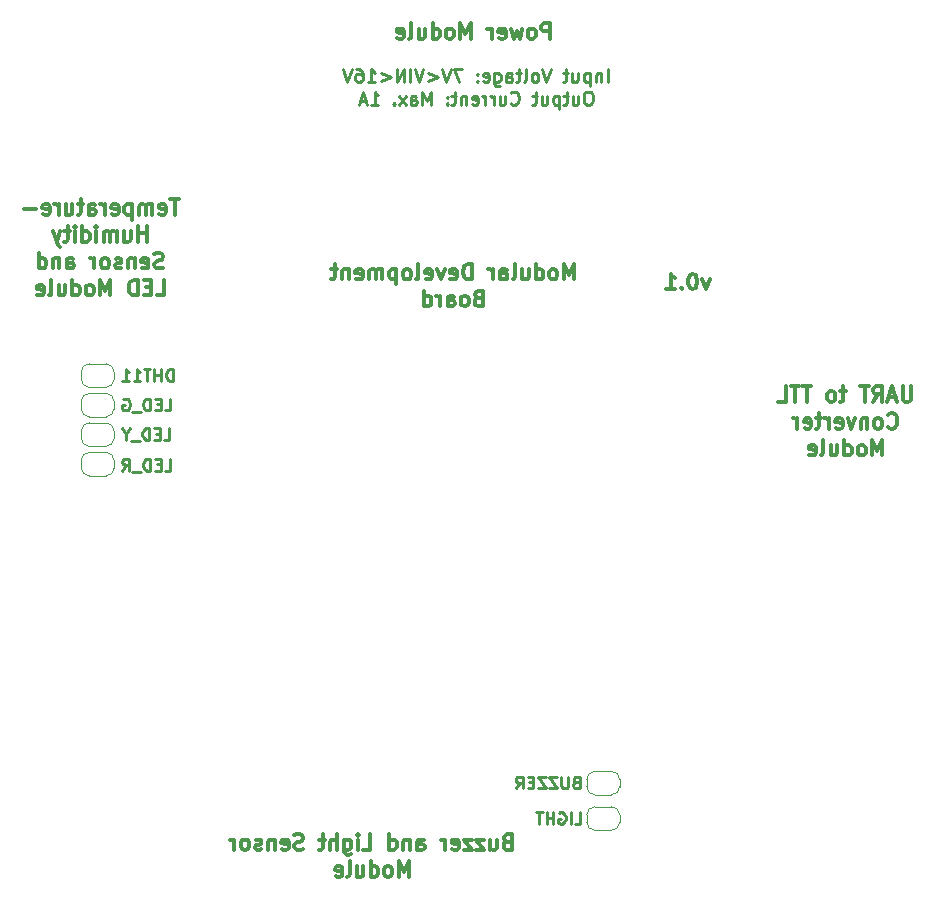
<source format=gbr>
%TF.GenerationSoftware,KiCad,Pcbnew,(5.1.6)-1*%
%TF.CreationDate,2020-10-25T22:56:54+03:00*%
%TF.ProjectId,modular-development-board,6d6f6475-6c61-4722-9d64-6576656c6f70,rev?*%
%TF.SameCoordinates,Original*%
%TF.FileFunction,Legend,Bot*%
%TF.FilePolarity,Positive*%
%FSLAX46Y46*%
G04 Gerber Fmt 4.6, Leading zero omitted, Abs format (unit mm)*
G04 Created by KiCad (PCBNEW (5.1.6)-1) date 2020-10-25 22:56:54*
%MOMM*%
%LPD*%
G01*
G04 APERTURE LIST*
%ADD10C,0.275000*%
%ADD11C,0.325000*%
%ADD12C,0.250000*%
%ADD13C,0.120000*%
G04 APERTURE END LIST*
D10*
X82030952Y-47135119D02*
X82030952Y-46035119D01*
X81507142Y-46401785D02*
X81507142Y-47135119D01*
X81507142Y-46506547D02*
X81454761Y-46454166D01*
X81350000Y-46401785D01*
X81192857Y-46401785D01*
X81088095Y-46454166D01*
X81035714Y-46558928D01*
X81035714Y-47135119D01*
X80511904Y-46401785D02*
X80511904Y-47501785D01*
X80511904Y-46454166D02*
X80407142Y-46401785D01*
X80197619Y-46401785D01*
X80092857Y-46454166D01*
X80040476Y-46506547D01*
X79988095Y-46611309D01*
X79988095Y-46925595D01*
X80040476Y-47030357D01*
X80092857Y-47082738D01*
X80197619Y-47135119D01*
X80407142Y-47135119D01*
X80511904Y-47082738D01*
X79045238Y-46401785D02*
X79045238Y-47135119D01*
X79516666Y-46401785D02*
X79516666Y-46977976D01*
X79464285Y-47082738D01*
X79359523Y-47135119D01*
X79202380Y-47135119D01*
X79097619Y-47082738D01*
X79045238Y-47030357D01*
X78678571Y-46401785D02*
X78259523Y-46401785D01*
X78521428Y-46035119D02*
X78521428Y-46977976D01*
X78469047Y-47082738D01*
X78364285Y-47135119D01*
X78259523Y-47135119D01*
X77211904Y-46035119D02*
X76845238Y-47135119D01*
X76478571Y-46035119D01*
X75954761Y-47135119D02*
X76059523Y-47082738D01*
X76111904Y-47030357D01*
X76164285Y-46925595D01*
X76164285Y-46611309D01*
X76111904Y-46506547D01*
X76059523Y-46454166D01*
X75954761Y-46401785D01*
X75797619Y-46401785D01*
X75692857Y-46454166D01*
X75640476Y-46506547D01*
X75588095Y-46611309D01*
X75588095Y-46925595D01*
X75640476Y-47030357D01*
X75692857Y-47082738D01*
X75797619Y-47135119D01*
X75954761Y-47135119D01*
X74959523Y-47135119D02*
X75064285Y-47082738D01*
X75116666Y-46977976D01*
X75116666Y-46035119D01*
X74697619Y-46401785D02*
X74278571Y-46401785D01*
X74540476Y-46035119D02*
X74540476Y-46977976D01*
X74488095Y-47082738D01*
X74383333Y-47135119D01*
X74278571Y-47135119D01*
X73440476Y-47135119D02*
X73440476Y-46558928D01*
X73492857Y-46454166D01*
X73597619Y-46401785D01*
X73807142Y-46401785D01*
X73911904Y-46454166D01*
X73440476Y-47082738D02*
X73545238Y-47135119D01*
X73807142Y-47135119D01*
X73911904Y-47082738D01*
X73964285Y-46977976D01*
X73964285Y-46873214D01*
X73911904Y-46768452D01*
X73807142Y-46716071D01*
X73545238Y-46716071D01*
X73440476Y-46663690D01*
X72445238Y-46401785D02*
X72445238Y-47292261D01*
X72497619Y-47397023D01*
X72550000Y-47449404D01*
X72654761Y-47501785D01*
X72811904Y-47501785D01*
X72916666Y-47449404D01*
X72445238Y-47082738D02*
X72550000Y-47135119D01*
X72759523Y-47135119D01*
X72864285Y-47082738D01*
X72916666Y-47030357D01*
X72969047Y-46925595D01*
X72969047Y-46611309D01*
X72916666Y-46506547D01*
X72864285Y-46454166D01*
X72759523Y-46401785D01*
X72550000Y-46401785D01*
X72445238Y-46454166D01*
X71502380Y-47082738D02*
X71607142Y-47135119D01*
X71816666Y-47135119D01*
X71921428Y-47082738D01*
X71973809Y-46977976D01*
X71973809Y-46558928D01*
X71921428Y-46454166D01*
X71816666Y-46401785D01*
X71607142Y-46401785D01*
X71502380Y-46454166D01*
X71450000Y-46558928D01*
X71450000Y-46663690D01*
X71973809Y-46768452D01*
X70978571Y-47030357D02*
X70926190Y-47082738D01*
X70978571Y-47135119D01*
X71030952Y-47082738D01*
X70978571Y-47030357D01*
X70978571Y-47135119D01*
X70978571Y-46454166D02*
X70926190Y-46506547D01*
X70978571Y-46558928D01*
X71030952Y-46506547D01*
X70978571Y-46454166D01*
X70978571Y-46558928D01*
X69721428Y-46035119D02*
X68988095Y-46035119D01*
X69459523Y-47135119D01*
X68726190Y-46035119D02*
X68359523Y-47135119D01*
X67992857Y-46035119D01*
X66788095Y-46401785D02*
X67626190Y-46716071D01*
X66788095Y-47030357D01*
X66421428Y-46035119D02*
X66054761Y-47135119D01*
X65688095Y-46035119D01*
X65321428Y-47135119D02*
X65321428Y-46035119D01*
X64797619Y-47135119D02*
X64797619Y-46035119D01*
X64169047Y-47135119D01*
X64169047Y-46035119D01*
X62807142Y-46401785D02*
X63645238Y-46716071D01*
X62807142Y-47030357D01*
X61707142Y-47135119D02*
X62335714Y-47135119D01*
X62021428Y-47135119D02*
X62021428Y-46035119D01*
X62126190Y-46192261D01*
X62230952Y-46297023D01*
X62335714Y-46349404D01*
X60764285Y-46035119D02*
X60973809Y-46035119D01*
X61078571Y-46087500D01*
X61130952Y-46139880D01*
X61235714Y-46297023D01*
X61288095Y-46506547D01*
X61288095Y-46925595D01*
X61235714Y-47030357D01*
X61183333Y-47082738D01*
X61078571Y-47135119D01*
X60869047Y-47135119D01*
X60764285Y-47082738D01*
X60711904Y-47030357D01*
X60659523Y-46925595D01*
X60659523Y-46663690D01*
X60711904Y-46558928D01*
X60764285Y-46506547D01*
X60869047Y-46454166D01*
X61078571Y-46454166D01*
X61183333Y-46506547D01*
X61235714Y-46558928D01*
X61288095Y-46663690D01*
X60345238Y-46035119D02*
X59978571Y-47135119D01*
X59611904Y-46035119D01*
X80485714Y-47960119D02*
X80276190Y-47960119D01*
X80171428Y-48012500D01*
X80066666Y-48117261D01*
X80014285Y-48326785D01*
X80014285Y-48693452D01*
X80066666Y-48902976D01*
X80171428Y-49007738D01*
X80276190Y-49060119D01*
X80485714Y-49060119D01*
X80590476Y-49007738D01*
X80695238Y-48902976D01*
X80747619Y-48693452D01*
X80747619Y-48326785D01*
X80695238Y-48117261D01*
X80590476Y-48012500D01*
X80485714Y-47960119D01*
X79071428Y-48326785D02*
X79071428Y-49060119D01*
X79542857Y-48326785D02*
X79542857Y-48902976D01*
X79490476Y-49007738D01*
X79385714Y-49060119D01*
X79228571Y-49060119D01*
X79123809Y-49007738D01*
X79071428Y-48955357D01*
X78704761Y-48326785D02*
X78285714Y-48326785D01*
X78547619Y-47960119D02*
X78547619Y-48902976D01*
X78495238Y-49007738D01*
X78390476Y-49060119D01*
X78285714Y-49060119D01*
X77919047Y-48326785D02*
X77919047Y-49426785D01*
X77919047Y-48379166D02*
X77814285Y-48326785D01*
X77604761Y-48326785D01*
X77500000Y-48379166D01*
X77447619Y-48431547D01*
X77395238Y-48536309D01*
X77395238Y-48850595D01*
X77447619Y-48955357D01*
X77500000Y-49007738D01*
X77604761Y-49060119D01*
X77814285Y-49060119D01*
X77919047Y-49007738D01*
X76452380Y-48326785D02*
X76452380Y-49060119D01*
X76923809Y-48326785D02*
X76923809Y-48902976D01*
X76871428Y-49007738D01*
X76766666Y-49060119D01*
X76609523Y-49060119D01*
X76504761Y-49007738D01*
X76452380Y-48955357D01*
X76085714Y-48326785D02*
X75666666Y-48326785D01*
X75928571Y-47960119D02*
X75928571Y-48902976D01*
X75876190Y-49007738D01*
X75771428Y-49060119D01*
X75666666Y-49060119D01*
X73833333Y-48955357D02*
X73885714Y-49007738D01*
X74042857Y-49060119D01*
X74147619Y-49060119D01*
X74304761Y-49007738D01*
X74409523Y-48902976D01*
X74461904Y-48798214D01*
X74514285Y-48588690D01*
X74514285Y-48431547D01*
X74461904Y-48222023D01*
X74409523Y-48117261D01*
X74304761Y-48012500D01*
X74147619Y-47960119D01*
X74042857Y-47960119D01*
X73885714Y-48012500D01*
X73833333Y-48064880D01*
X72890476Y-48326785D02*
X72890476Y-49060119D01*
X73361904Y-48326785D02*
X73361904Y-48902976D01*
X73309523Y-49007738D01*
X73204761Y-49060119D01*
X73047619Y-49060119D01*
X72942857Y-49007738D01*
X72890476Y-48955357D01*
X72366666Y-49060119D02*
X72366666Y-48326785D01*
X72366666Y-48536309D02*
X72314285Y-48431547D01*
X72261904Y-48379166D01*
X72157142Y-48326785D01*
X72052380Y-48326785D01*
X71685714Y-49060119D02*
X71685714Y-48326785D01*
X71685714Y-48536309D02*
X71633333Y-48431547D01*
X71580952Y-48379166D01*
X71476190Y-48326785D01*
X71371428Y-48326785D01*
X70585714Y-49007738D02*
X70690476Y-49060119D01*
X70900000Y-49060119D01*
X71004761Y-49007738D01*
X71057142Y-48902976D01*
X71057142Y-48483928D01*
X71004761Y-48379166D01*
X70900000Y-48326785D01*
X70690476Y-48326785D01*
X70585714Y-48379166D01*
X70533333Y-48483928D01*
X70533333Y-48588690D01*
X71057142Y-48693452D01*
X70061904Y-48326785D02*
X70061904Y-49060119D01*
X70061904Y-48431547D02*
X70009523Y-48379166D01*
X69904761Y-48326785D01*
X69747619Y-48326785D01*
X69642857Y-48379166D01*
X69590476Y-48483928D01*
X69590476Y-49060119D01*
X69223809Y-48326785D02*
X68804761Y-48326785D01*
X69066666Y-47960119D02*
X69066666Y-48902976D01*
X69014285Y-49007738D01*
X68909523Y-49060119D01*
X68804761Y-49060119D01*
X68438095Y-48955357D02*
X68385714Y-49007738D01*
X68438095Y-49060119D01*
X68490476Y-49007738D01*
X68438095Y-48955357D01*
X68438095Y-49060119D01*
X68438095Y-48379166D02*
X68385714Y-48431547D01*
X68438095Y-48483928D01*
X68490476Y-48431547D01*
X68438095Y-48379166D01*
X68438095Y-48483928D01*
X67076190Y-49060119D02*
X67076190Y-47960119D01*
X66709523Y-48745833D01*
X66342857Y-47960119D01*
X66342857Y-49060119D01*
X65347619Y-49060119D02*
X65347619Y-48483928D01*
X65400000Y-48379166D01*
X65504761Y-48326785D01*
X65714285Y-48326785D01*
X65819047Y-48379166D01*
X65347619Y-49007738D02*
X65452380Y-49060119D01*
X65714285Y-49060119D01*
X65819047Y-49007738D01*
X65871428Y-48902976D01*
X65871428Y-48798214D01*
X65819047Y-48693452D01*
X65714285Y-48641071D01*
X65452380Y-48641071D01*
X65347619Y-48588690D01*
X64928571Y-49060119D02*
X64352380Y-48326785D01*
X64928571Y-48326785D02*
X64352380Y-49060119D01*
X63933333Y-48955357D02*
X63880952Y-49007738D01*
X63933333Y-49060119D01*
X63985714Y-49007738D01*
X63933333Y-48955357D01*
X63933333Y-49060119D01*
X61995238Y-49060119D02*
X62623809Y-49060119D01*
X62309523Y-49060119D02*
X62309523Y-47960119D01*
X62414285Y-48117261D01*
X62519047Y-48222023D01*
X62623809Y-48274404D01*
X61576190Y-48745833D02*
X61052380Y-48745833D01*
X61680952Y-49060119D02*
X61314285Y-47960119D01*
X60947619Y-49060119D01*
D11*
X90657142Y-63821428D02*
X90347619Y-64688095D01*
X90038095Y-63821428D01*
X89295238Y-63388095D02*
X89171428Y-63388095D01*
X89047619Y-63450000D01*
X88985714Y-63511904D01*
X88923809Y-63635714D01*
X88861904Y-63883333D01*
X88861904Y-64192857D01*
X88923809Y-64440476D01*
X88985714Y-64564285D01*
X89047619Y-64626190D01*
X89171428Y-64688095D01*
X89295238Y-64688095D01*
X89419047Y-64626190D01*
X89480952Y-64564285D01*
X89542857Y-64440476D01*
X89604761Y-64192857D01*
X89604761Y-63883333D01*
X89542857Y-63635714D01*
X89480952Y-63511904D01*
X89419047Y-63450000D01*
X89295238Y-63388095D01*
X88304761Y-64564285D02*
X88242857Y-64626190D01*
X88304761Y-64688095D01*
X88366666Y-64626190D01*
X88304761Y-64564285D01*
X88304761Y-64688095D01*
X87004761Y-64688095D02*
X87747619Y-64688095D01*
X87376190Y-64688095D02*
X87376190Y-63388095D01*
X87500000Y-63573809D01*
X87623809Y-63697619D01*
X87747619Y-63759523D01*
X79183333Y-63850595D02*
X79183333Y-62550595D01*
X78750000Y-63479166D01*
X78316666Y-62550595D01*
X78316666Y-63850595D01*
X77511904Y-63850595D02*
X77635714Y-63788690D01*
X77697619Y-63726785D01*
X77759523Y-63602976D01*
X77759523Y-63231547D01*
X77697619Y-63107738D01*
X77635714Y-63045833D01*
X77511904Y-62983928D01*
X77326190Y-62983928D01*
X77202380Y-63045833D01*
X77140476Y-63107738D01*
X77078571Y-63231547D01*
X77078571Y-63602976D01*
X77140476Y-63726785D01*
X77202380Y-63788690D01*
X77326190Y-63850595D01*
X77511904Y-63850595D01*
X75964285Y-63850595D02*
X75964285Y-62550595D01*
X75964285Y-63788690D02*
X76088095Y-63850595D01*
X76335714Y-63850595D01*
X76459523Y-63788690D01*
X76521428Y-63726785D01*
X76583333Y-63602976D01*
X76583333Y-63231547D01*
X76521428Y-63107738D01*
X76459523Y-63045833D01*
X76335714Y-62983928D01*
X76088095Y-62983928D01*
X75964285Y-63045833D01*
X74788095Y-62983928D02*
X74788095Y-63850595D01*
X75345238Y-62983928D02*
X75345238Y-63664880D01*
X75283333Y-63788690D01*
X75159523Y-63850595D01*
X74973809Y-63850595D01*
X74850000Y-63788690D01*
X74788095Y-63726785D01*
X73983333Y-63850595D02*
X74107142Y-63788690D01*
X74169047Y-63664880D01*
X74169047Y-62550595D01*
X72930952Y-63850595D02*
X72930952Y-63169642D01*
X72992857Y-63045833D01*
X73116666Y-62983928D01*
X73364285Y-62983928D01*
X73488095Y-63045833D01*
X72930952Y-63788690D02*
X73054761Y-63850595D01*
X73364285Y-63850595D01*
X73488095Y-63788690D01*
X73550000Y-63664880D01*
X73550000Y-63541071D01*
X73488095Y-63417261D01*
X73364285Y-63355357D01*
X73054761Y-63355357D01*
X72930952Y-63293452D01*
X72311904Y-63850595D02*
X72311904Y-62983928D01*
X72311904Y-63231547D02*
X72250000Y-63107738D01*
X72188095Y-63045833D01*
X72064285Y-62983928D01*
X71940476Y-62983928D01*
X70516666Y-63850595D02*
X70516666Y-62550595D01*
X70207142Y-62550595D01*
X70021428Y-62612500D01*
X69897619Y-62736309D01*
X69835714Y-62860119D01*
X69773809Y-63107738D01*
X69773809Y-63293452D01*
X69835714Y-63541071D01*
X69897619Y-63664880D01*
X70021428Y-63788690D01*
X70207142Y-63850595D01*
X70516666Y-63850595D01*
X68721428Y-63788690D02*
X68845238Y-63850595D01*
X69092857Y-63850595D01*
X69216666Y-63788690D01*
X69278571Y-63664880D01*
X69278571Y-63169642D01*
X69216666Y-63045833D01*
X69092857Y-62983928D01*
X68845238Y-62983928D01*
X68721428Y-63045833D01*
X68659523Y-63169642D01*
X68659523Y-63293452D01*
X69278571Y-63417261D01*
X68226190Y-62983928D02*
X67916666Y-63850595D01*
X67607142Y-62983928D01*
X66616666Y-63788690D02*
X66740476Y-63850595D01*
X66988095Y-63850595D01*
X67111904Y-63788690D01*
X67173809Y-63664880D01*
X67173809Y-63169642D01*
X67111904Y-63045833D01*
X66988095Y-62983928D01*
X66740476Y-62983928D01*
X66616666Y-63045833D01*
X66554761Y-63169642D01*
X66554761Y-63293452D01*
X67173809Y-63417261D01*
X65811904Y-63850595D02*
X65935714Y-63788690D01*
X65997619Y-63664880D01*
X65997619Y-62550595D01*
X65130952Y-63850595D02*
X65254761Y-63788690D01*
X65316666Y-63726785D01*
X65378571Y-63602976D01*
X65378571Y-63231547D01*
X65316666Y-63107738D01*
X65254761Y-63045833D01*
X65130952Y-62983928D01*
X64945238Y-62983928D01*
X64821428Y-63045833D01*
X64759523Y-63107738D01*
X64697619Y-63231547D01*
X64697619Y-63602976D01*
X64759523Y-63726785D01*
X64821428Y-63788690D01*
X64945238Y-63850595D01*
X65130952Y-63850595D01*
X64140476Y-62983928D02*
X64140476Y-64283928D01*
X64140476Y-63045833D02*
X64016666Y-62983928D01*
X63769047Y-62983928D01*
X63645238Y-63045833D01*
X63583333Y-63107738D01*
X63521428Y-63231547D01*
X63521428Y-63602976D01*
X63583333Y-63726785D01*
X63645238Y-63788690D01*
X63769047Y-63850595D01*
X64016666Y-63850595D01*
X64140476Y-63788690D01*
X62964285Y-63850595D02*
X62964285Y-62983928D01*
X62964285Y-63107738D02*
X62902380Y-63045833D01*
X62778571Y-62983928D01*
X62592857Y-62983928D01*
X62469047Y-63045833D01*
X62407142Y-63169642D01*
X62407142Y-63850595D01*
X62407142Y-63169642D02*
X62345238Y-63045833D01*
X62221428Y-62983928D01*
X62035714Y-62983928D01*
X61911904Y-63045833D01*
X61850000Y-63169642D01*
X61850000Y-63850595D01*
X60735714Y-63788690D02*
X60859523Y-63850595D01*
X61107142Y-63850595D01*
X61230952Y-63788690D01*
X61292857Y-63664880D01*
X61292857Y-63169642D01*
X61230952Y-63045833D01*
X61107142Y-62983928D01*
X60859523Y-62983928D01*
X60735714Y-63045833D01*
X60673809Y-63169642D01*
X60673809Y-63293452D01*
X61292857Y-63417261D01*
X60116666Y-62983928D02*
X60116666Y-63850595D01*
X60116666Y-63107738D02*
X60054761Y-63045833D01*
X59930952Y-62983928D01*
X59745238Y-62983928D01*
X59621428Y-63045833D01*
X59559523Y-63169642D01*
X59559523Y-63850595D01*
X59126190Y-62983928D02*
X58630952Y-62983928D01*
X58940476Y-62550595D02*
X58940476Y-63664880D01*
X58878571Y-63788690D01*
X58754761Y-63850595D01*
X58630952Y-63850595D01*
X71073809Y-65444642D02*
X70888095Y-65506547D01*
X70826190Y-65568452D01*
X70764285Y-65692261D01*
X70764285Y-65877976D01*
X70826190Y-66001785D01*
X70888095Y-66063690D01*
X71011904Y-66125595D01*
X71507142Y-66125595D01*
X71507142Y-64825595D01*
X71073809Y-64825595D01*
X70950000Y-64887500D01*
X70888095Y-64949404D01*
X70826190Y-65073214D01*
X70826190Y-65197023D01*
X70888095Y-65320833D01*
X70950000Y-65382738D01*
X71073809Y-65444642D01*
X71507142Y-65444642D01*
X70021428Y-66125595D02*
X70145238Y-66063690D01*
X70207142Y-66001785D01*
X70269047Y-65877976D01*
X70269047Y-65506547D01*
X70207142Y-65382738D01*
X70145238Y-65320833D01*
X70021428Y-65258928D01*
X69835714Y-65258928D01*
X69711904Y-65320833D01*
X69650000Y-65382738D01*
X69588095Y-65506547D01*
X69588095Y-65877976D01*
X69650000Y-66001785D01*
X69711904Y-66063690D01*
X69835714Y-66125595D01*
X70021428Y-66125595D01*
X68473809Y-66125595D02*
X68473809Y-65444642D01*
X68535714Y-65320833D01*
X68659523Y-65258928D01*
X68907142Y-65258928D01*
X69030952Y-65320833D01*
X68473809Y-66063690D02*
X68597619Y-66125595D01*
X68907142Y-66125595D01*
X69030952Y-66063690D01*
X69092857Y-65939880D01*
X69092857Y-65816071D01*
X69030952Y-65692261D01*
X68907142Y-65630357D01*
X68597619Y-65630357D01*
X68473809Y-65568452D01*
X67854761Y-66125595D02*
X67854761Y-65258928D01*
X67854761Y-65506547D02*
X67792857Y-65382738D01*
X67730952Y-65320833D01*
X67607142Y-65258928D01*
X67483333Y-65258928D01*
X66492857Y-66125595D02*
X66492857Y-64825595D01*
X66492857Y-66063690D02*
X66616666Y-66125595D01*
X66864285Y-66125595D01*
X66988095Y-66063690D01*
X67050000Y-66001785D01*
X67111904Y-65877976D01*
X67111904Y-65506547D01*
X67050000Y-65382738D01*
X66988095Y-65320833D01*
X66864285Y-65258928D01*
X66616666Y-65258928D01*
X66492857Y-65320833D01*
X107740476Y-72913095D02*
X107740476Y-73965476D01*
X107678571Y-74089285D01*
X107616666Y-74151190D01*
X107492857Y-74213095D01*
X107245238Y-74213095D01*
X107121428Y-74151190D01*
X107059523Y-74089285D01*
X106997619Y-73965476D01*
X106997619Y-72913095D01*
X106440476Y-73841666D02*
X105821428Y-73841666D01*
X106564285Y-74213095D02*
X106130952Y-72913095D01*
X105697619Y-74213095D01*
X104521428Y-74213095D02*
X104954761Y-73594047D01*
X105264285Y-74213095D02*
X105264285Y-72913095D01*
X104769047Y-72913095D01*
X104645238Y-72975000D01*
X104583333Y-73036904D01*
X104521428Y-73160714D01*
X104521428Y-73346428D01*
X104583333Y-73470238D01*
X104645238Y-73532142D01*
X104769047Y-73594047D01*
X105264285Y-73594047D01*
X104150000Y-72913095D02*
X103407142Y-72913095D01*
X103778571Y-74213095D02*
X103778571Y-72913095D01*
X102169047Y-73346428D02*
X101673809Y-73346428D01*
X101983333Y-72913095D02*
X101983333Y-74027380D01*
X101921428Y-74151190D01*
X101797619Y-74213095D01*
X101673809Y-74213095D01*
X101054761Y-74213095D02*
X101178571Y-74151190D01*
X101240476Y-74089285D01*
X101302380Y-73965476D01*
X101302380Y-73594047D01*
X101240476Y-73470238D01*
X101178571Y-73408333D01*
X101054761Y-73346428D01*
X100869047Y-73346428D01*
X100745238Y-73408333D01*
X100683333Y-73470238D01*
X100621428Y-73594047D01*
X100621428Y-73965476D01*
X100683333Y-74089285D01*
X100745238Y-74151190D01*
X100869047Y-74213095D01*
X101054761Y-74213095D01*
X99259523Y-72913095D02*
X98516666Y-72913095D01*
X98888095Y-74213095D02*
X98888095Y-72913095D01*
X98269047Y-72913095D02*
X97526190Y-72913095D01*
X97897619Y-74213095D02*
X97897619Y-72913095D01*
X96473809Y-74213095D02*
X97092857Y-74213095D01*
X97092857Y-72913095D01*
X105759523Y-76364285D02*
X105821428Y-76426190D01*
X106007142Y-76488095D01*
X106130952Y-76488095D01*
X106316666Y-76426190D01*
X106440476Y-76302380D01*
X106502380Y-76178571D01*
X106564285Y-75930952D01*
X106564285Y-75745238D01*
X106502380Y-75497619D01*
X106440476Y-75373809D01*
X106316666Y-75250000D01*
X106130952Y-75188095D01*
X106007142Y-75188095D01*
X105821428Y-75250000D01*
X105759523Y-75311904D01*
X105016666Y-76488095D02*
X105140476Y-76426190D01*
X105202380Y-76364285D01*
X105264285Y-76240476D01*
X105264285Y-75869047D01*
X105202380Y-75745238D01*
X105140476Y-75683333D01*
X105016666Y-75621428D01*
X104830952Y-75621428D01*
X104707142Y-75683333D01*
X104645238Y-75745238D01*
X104583333Y-75869047D01*
X104583333Y-76240476D01*
X104645238Y-76364285D01*
X104707142Y-76426190D01*
X104830952Y-76488095D01*
X105016666Y-76488095D01*
X104026190Y-75621428D02*
X104026190Y-76488095D01*
X104026190Y-75745238D02*
X103964285Y-75683333D01*
X103840476Y-75621428D01*
X103654761Y-75621428D01*
X103530952Y-75683333D01*
X103469047Y-75807142D01*
X103469047Y-76488095D01*
X102973809Y-75621428D02*
X102664285Y-76488095D01*
X102354761Y-75621428D01*
X101364285Y-76426190D02*
X101488095Y-76488095D01*
X101735714Y-76488095D01*
X101859523Y-76426190D01*
X101921428Y-76302380D01*
X101921428Y-75807142D01*
X101859523Y-75683333D01*
X101735714Y-75621428D01*
X101488095Y-75621428D01*
X101364285Y-75683333D01*
X101302380Y-75807142D01*
X101302380Y-75930952D01*
X101921428Y-76054761D01*
X100745238Y-76488095D02*
X100745238Y-75621428D01*
X100745238Y-75869047D02*
X100683333Y-75745238D01*
X100621428Y-75683333D01*
X100497619Y-75621428D01*
X100373809Y-75621428D01*
X100126190Y-75621428D02*
X99630952Y-75621428D01*
X99940476Y-75188095D02*
X99940476Y-76302380D01*
X99878571Y-76426190D01*
X99754761Y-76488095D01*
X99630952Y-76488095D01*
X98702380Y-76426190D02*
X98826190Y-76488095D01*
X99073809Y-76488095D01*
X99197619Y-76426190D01*
X99259523Y-76302380D01*
X99259523Y-75807142D01*
X99197619Y-75683333D01*
X99073809Y-75621428D01*
X98826190Y-75621428D01*
X98702380Y-75683333D01*
X98640476Y-75807142D01*
X98640476Y-75930952D01*
X99259523Y-76054761D01*
X98083333Y-76488095D02*
X98083333Y-75621428D01*
X98083333Y-75869047D02*
X98021428Y-75745238D01*
X97959523Y-75683333D01*
X97835714Y-75621428D01*
X97711904Y-75621428D01*
X105295238Y-78763095D02*
X105295238Y-77463095D01*
X104861904Y-78391666D01*
X104428571Y-77463095D01*
X104428571Y-78763095D01*
X103623809Y-78763095D02*
X103747619Y-78701190D01*
X103809523Y-78639285D01*
X103871428Y-78515476D01*
X103871428Y-78144047D01*
X103809523Y-78020238D01*
X103747619Y-77958333D01*
X103623809Y-77896428D01*
X103438095Y-77896428D01*
X103314285Y-77958333D01*
X103252380Y-78020238D01*
X103190476Y-78144047D01*
X103190476Y-78515476D01*
X103252380Y-78639285D01*
X103314285Y-78701190D01*
X103438095Y-78763095D01*
X103623809Y-78763095D01*
X102076190Y-78763095D02*
X102076190Y-77463095D01*
X102076190Y-78701190D02*
X102200000Y-78763095D01*
X102447619Y-78763095D01*
X102571428Y-78701190D01*
X102633333Y-78639285D01*
X102695238Y-78515476D01*
X102695238Y-78144047D01*
X102633333Y-78020238D01*
X102571428Y-77958333D01*
X102447619Y-77896428D01*
X102200000Y-77896428D01*
X102076190Y-77958333D01*
X100900000Y-77896428D02*
X100900000Y-78763095D01*
X101457142Y-77896428D02*
X101457142Y-78577380D01*
X101395238Y-78701190D01*
X101271428Y-78763095D01*
X101085714Y-78763095D01*
X100961904Y-78701190D01*
X100900000Y-78639285D01*
X100095238Y-78763095D02*
X100219047Y-78701190D01*
X100280952Y-78577380D01*
X100280952Y-77463095D01*
X99104761Y-78701190D02*
X99228571Y-78763095D01*
X99476190Y-78763095D01*
X99600000Y-78701190D01*
X99661904Y-78577380D01*
X99661904Y-78082142D01*
X99600000Y-77958333D01*
X99476190Y-77896428D01*
X99228571Y-77896428D01*
X99104761Y-77958333D01*
X99042857Y-78082142D01*
X99042857Y-78205952D01*
X99661904Y-78329761D01*
X77169047Y-43488095D02*
X77169047Y-42188095D01*
X76673809Y-42188095D01*
X76550000Y-42250000D01*
X76488095Y-42311904D01*
X76426190Y-42435714D01*
X76426190Y-42621428D01*
X76488095Y-42745238D01*
X76550000Y-42807142D01*
X76673809Y-42869047D01*
X77169047Y-42869047D01*
X75683333Y-43488095D02*
X75807142Y-43426190D01*
X75869047Y-43364285D01*
X75930952Y-43240476D01*
X75930952Y-42869047D01*
X75869047Y-42745238D01*
X75807142Y-42683333D01*
X75683333Y-42621428D01*
X75497619Y-42621428D01*
X75373809Y-42683333D01*
X75311904Y-42745238D01*
X75250000Y-42869047D01*
X75250000Y-43240476D01*
X75311904Y-43364285D01*
X75373809Y-43426190D01*
X75497619Y-43488095D01*
X75683333Y-43488095D01*
X74816666Y-42621428D02*
X74569047Y-43488095D01*
X74321428Y-42869047D01*
X74073809Y-43488095D01*
X73826190Y-42621428D01*
X72835714Y-43426190D02*
X72959523Y-43488095D01*
X73207142Y-43488095D01*
X73330952Y-43426190D01*
X73392857Y-43302380D01*
X73392857Y-42807142D01*
X73330952Y-42683333D01*
X73207142Y-42621428D01*
X72959523Y-42621428D01*
X72835714Y-42683333D01*
X72773809Y-42807142D01*
X72773809Y-42930952D01*
X73392857Y-43054761D01*
X72216666Y-43488095D02*
X72216666Y-42621428D01*
X72216666Y-42869047D02*
X72154761Y-42745238D01*
X72092857Y-42683333D01*
X71969047Y-42621428D01*
X71845238Y-42621428D01*
X70421428Y-43488095D02*
X70421428Y-42188095D01*
X69988095Y-43116666D01*
X69554761Y-42188095D01*
X69554761Y-43488095D01*
X68750000Y-43488095D02*
X68873809Y-43426190D01*
X68935714Y-43364285D01*
X68997619Y-43240476D01*
X68997619Y-42869047D01*
X68935714Y-42745238D01*
X68873809Y-42683333D01*
X68750000Y-42621428D01*
X68564285Y-42621428D01*
X68440476Y-42683333D01*
X68378571Y-42745238D01*
X68316666Y-42869047D01*
X68316666Y-43240476D01*
X68378571Y-43364285D01*
X68440476Y-43426190D01*
X68564285Y-43488095D01*
X68750000Y-43488095D01*
X67202380Y-43488095D02*
X67202380Y-42188095D01*
X67202380Y-43426190D02*
X67326190Y-43488095D01*
X67573809Y-43488095D01*
X67697619Y-43426190D01*
X67759523Y-43364285D01*
X67821428Y-43240476D01*
X67821428Y-42869047D01*
X67759523Y-42745238D01*
X67697619Y-42683333D01*
X67573809Y-42621428D01*
X67326190Y-42621428D01*
X67202380Y-42683333D01*
X66026190Y-42621428D02*
X66026190Y-43488095D01*
X66583333Y-42621428D02*
X66583333Y-43302380D01*
X66521428Y-43426190D01*
X66397619Y-43488095D01*
X66211904Y-43488095D01*
X66088095Y-43426190D01*
X66026190Y-43364285D01*
X65221428Y-43488095D02*
X65345238Y-43426190D01*
X65407142Y-43302380D01*
X65407142Y-42188095D01*
X64230952Y-43426190D02*
X64354761Y-43488095D01*
X64602380Y-43488095D01*
X64726190Y-43426190D01*
X64788095Y-43302380D01*
X64788095Y-42807142D01*
X64726190Y-42683333D01*
X64602380Y-42621428D01*
X64354761Y-42621428D01*
X64230952Y-42683333D01*
X64169047Y-42807142D01*
X64169047Y-42930952D01*
X64788095Y-43054761D01*
X45754761Y-57075595D02*
X45011904Y-57075595D01*
X45383333Y-58375595D02*
X45383333Y-57075595D01*
X44083333Y-58313690D02*
X44207142Y-58375595D01*
X44454761Y-58375595D01*
X44578571Y-58313690D01*
X44640476Y-58189880D01*
X44640476Y-57694642D01*
X44578571Y-57570833D01*
X44454761Y-57508928D01*
X44207142Y-57508928D01*
X44083333Y-57570833D01*
X44021428Y-57694642D01*
X44021428Y-57818452D01*
X44640476Y-57942261D01*
X43464285Y-58375595D02*
X43464285Y-57508928D01*
X43464285Y-57632738D02*
X43402380Y-57570833D01*
X43278571Y-57508928D01*
X43092857Y-57508928D01*
X42969047Y-57570833D01*
X42907142Y-57694642D01*
X42907142Y-58375595D01*
X42907142Y-57694642D02*
X42845238Y-57570833D01*
X42721428Y-57508928D01*
X42535714Y-57508928D01*
X42411904Y-57570833D01*
X42350000Y-57694642D01*
X42350000Y-58375595D01*
X41730952Y-57508928D02*
X41730952Y-58808928D01*
X41730952Y-57570833D02*
X41607142Y-57508928D01*
X41359523Y-57508928D01*
X41235714Y-57570833D01*
X41173809Y-57632738D01*
X41111904Y-57756547D01*
X41111904Y-58127976D01*
X41173809Y-58251785D01*
X41235714Y-58313690D01*
X41359523Y-58375595D01*
X41607142Y-58375595D01*
X41730952Y-58313690D01*
X40059523Y-58313690D02*
X40183333Y-58375595D01*
X40430952Y-58375595D01*
X40554761Y-58313690D01*
X40616666Y-58189880D01*
X40616666Y-57694642D01*
X40554761Y-57570833D01*
X40430952Y-57508928D01*
X40183333Y-57508928D01*
X40059523Y-57570833D01*
X39997619Y-57694642D01*
X39997619Y-57818452D01*
X40616666Y-57942261D01*
X39440476Y-58375595D02*
X39440476Y-57508928D01*
X39440476Y-57756547D02*
X39378571Y-57632738D01*
X39316666Y-57570833D01*
X39192857Y-57508928D01*
X39069047Y-57508928D01*
X38078571Y-58375595D02*
X38078571Y-57694642D01*
X38140476Y-57570833D01*
X38264285Y-57508928D01*
X38511904Y-57508928D01*
X38635714Y-57570833D01*
X38078571Y-58313690D02*
X38202380Y-58375595D01*
X38511904Y-58375595D01*
X38635714Y-58313690D01*
X38697619Y-58189880D01*
X38697619Y-58066071D01*
X38635714Y-57942261D01*
X38511904Y-57880357D01*
X38202380Y-57880357D01*
X38078571Y-57818452D01*
X37645238Y-57508928D02*
X37150000Y-57508928D01*
X37459523Y-57075595D02*
X37459523Y-58189880D01*
X37397619Y-58313690D01*
X37273809Y-58375595D01*
X37150000Y-58375595D01*
X36159523Y-57508928D02*
X36159523Y-58375595D01*
X36716666Y-57508928D02*
X36716666Y-58189880D01*
X36654761Y-58313690D01*
X36530952Y-58375595D01*
X36345238Y-58375595D01*
X36221428Y-58313690D01*
X36159523Y-58251785D01*
X35540476Y-58375595D02*
X35540476Y-57508928D01*
X35540476Y-57756547D02*
X35478571Y-57632738D01*
X35416666Y-57570833D01*
X35292857Y-57508928D01*
X35169047Y-57508928D01*
X34240476Y-58313690D02*
X34364285Y-58375595D01*
X34611904Y-58375595D01*
X34735714Y-58313690D01*
X34797619Y-58189880D01*
X34797619Y-57694642D01*
X34735714Y-57570833D01*
X34611904Y-57508928D01*
X34364285Y-57508928D01*
X34240476Y-57570833D01*
X34178571Y-57694642D01*
X34178571Y-57818452D01*
X34797619Y-57942261D01*
X33621428Y-57880357D02*
X32630952Y-57880357D01*
X43000000Y-60650595D02*
X43000000Y-59350595D01*
X43000000Y-59969642D02*
X42257142Y-59969642D01*
X42257142Y-60650595D02*
X42257142Y-59350595D01*
X41080952Y-59783928D02*
X41080952Y-60650595D01*
X41638095Y-59783928D02*
X41638095Y-60464880D01*
X41576190Y-60588690D01*
X41452380Y-60650595D01*
X41266666Y-60650595D01*
X41142857Y-60588690D01*
X41080952Y-60526785D01*
X40461904Y-60650595D02*
X40461904Y-59783928D01*
X40461904Y-59907738D02*
X40400000Y-59845833D01*
X40276190Y-59783928D01*
X40090476Y-59783928D01*
X39966666Y-59845833D01*
X39904761Y-59969642D01*
X39904761Y-60650595D01*
X39904761Y-59969642D02*
X39842857Y-59845833D01*
X39719047Y-59783928D01*
X39533333Y-59783928D01*
X39409523Y-59845833D01*
X39347619Y-59969642D01*
X39347619Y-60650595D01*
X38728571Y-60650595D02*
X38728571Y-59783928D01*
X38728571Y-59350595D02*
X38790476Y-59412500D01*
X38728571Y-59474404D01*
X38666666Y-59412500D01*
X38728571Y-59350595D01*
X38728571Y-59474404D01*
X37552380Y-60650595D02*
X37552380Y-59350595D01*
X37552380Y-60588690D02*
X37676190Y-60650595D01*
X37923809Y-60650595D01*
X38047619Y-60588690D01*
X38109523Y-60526785D01*
X38171428Y-60402976D01*
X38171428Y-60031547D01*
X38109523Y-59907738D01*
X38047619Y-59845833D01*
X37923809Y-59783928D01*
X37676190Y-59783928D01*
X37552380Y-59845833D01*
X36933333Y-60650595D02*
X36933333Y-59783928D01*
X36933333Y-59350595D02*
X36995238Y-59412500D01*
X36933333Y-59474404D01*
X36871428Y-59412500D01*
X36933333Y-59350595D01*
X36933333Y-59474404D01*
X36500000Y-59783928D02*
X36004761Y-59783928D01*
X36314285Y-59350595D02*
X36314285Y-60464880D01*
X36252380Y-60588690D01*
X36128571Y-60650595D01*
X36004761Y-60650595D01*
X35695238Y-59783928D02*
X35385714Y-60650595D01*
X35076190Y-59783928D02*
X35385714Y-60650595D01*
X35509523Y-60960119D01*
X35571428Y-61022023D01*
X35695238Y-61083928D01*
X44392857Y-62863690D02*
X44207142Y-62925595D01*
X43897619Y-62925595D01*
X43773809Y-62863690D01*
X43711904Y-62801785D01*
X43650000Y-62677976D01*
X43650000Y-62554166D01*
X43711904Y-62430357D01*
X43773809Y-62368452D01*
X43897619Y-62306547D01*
X44145238Y-62244642D01*
X44269047Y-62182738D01*
X44330952Y-62120833D01*
X44392857Y-61997023D01*
X44392857Y-61873214D01*
X44330952Y-61749404D01*
X44269047Y-61687500D01*
X44145238Y-61625595D01*
X43835714Y-61625595D01*
X43650000Y-61687500D01*
X42597619Y-62863690D02*
X42721428Y-62925595D01*
X42969047Y-62925595D01*
X43092857Y-62863690D01*
X43154761Y-62739880D01*
X43154761Y-62244642D01*
X43092857Y-62120833D01*
X42969047Y-62058928D01*
X42721428Y-62058928D01*
X42597619Y-62120833D01*
X42535714Y-62244642D01*
X42535714Y-62368452D01*
X43154761Y-62492261D01*
X41978571Y-62058928D02*
X41978571Y-62925595D01*
X41978571Y-62182738D02*
X41916666Y-62120833D01*
X41792857Y-62058928D01*
X41607142Y-62058928D01*
X41483333Y-62120833D01*
X41421428Y-62244642D01*
X41421428Y-62925595D01*
X40864285Y-62863690D02*
X40740476Y-62925595D01*
X40492857Y-62925595D01*
X40369047Y-62863690D01*
X40307142Y-62739880D01*
X40307142Y-62677976D01*
X40369047Y-62554166D01*
X40492857Y-62492261D01*
X40678571Y-62492261D01*
X40802380Y-62430357D01*
X40864285Y-62306547D01*
X40864285Y-62244642D01*
X40802380Y-62120833D01*
X40678571Y-62058928D01*
X40492857Y-62058928D01*
X40369047Y-62120833D01*
X39564285Y-62925595D02*
X39688095Y-62863690D01*
X39749999Y-62801785D01*
X39811904Y-62677976D01*
X39811904Y-62306547D01*
X39749999Y-62182738D01*
X39688095Y-62120833D01*
X39564285Y-62058928D01*
X39378571Y-62058928D01*
X39254761Y-62120833D01*
X39192857Y-62182738D01*
X39130952Y-62306547D01*
X39130952Y-62677976D01*
X39192857Y-62801785D01*
X39254761Y-62863690D01*
X39378571Y-62925595D01*
X39564285Y-62925595D01*
X38573809Y-62925595D02*
X38573809Y-62058928D01*
X38573809Y-62306547D02*
X38511904Y-62182738D01*
X38450000Y-62120833D01*
X38326190Y-62058928D01*
X38202380Y-62058928D01*
X36221428Y-62925595D02*
X36221428Y-62244642D01*
X36283333Y-62120833D01*
X36407142Y-62058928D01*
X36654761Y-62058928D01*
X36778571Y-62120833D01*
X36221428Y-62863690D02*
X36345238Y-62925595D01*
X36654761Y-62925595D01*
X36778571Y-62863690D01*
X36840476Y-62739880D01*
X36840476Y-62616071D01*
X36778571Y-62492261D01*
X36654761Y-62430357D01*
X36345238Y-62430357D01*
X36221428Y-62368452D01*
X35602380Y-62058928D02*
X35602380Y-62925595D01*
X35602380Y-62182738D02*
X35540476Y-62120833D01*
X35416666Y-62058928D01*
X35230952Y-62058928D01*
X35107142Y-62120833D01*
X35045238Y-62244642D01*
X35045238Y-62925595D01*
X33869047Y-62925595D02*
X33869047Y-61625595D01*
X33869047Y-62863690D02*
X33992857Y-62925595D01*
X34240476Y-62925595D01*
X34364285Y-62863690D01*
X34426190Y-62801785D01*
X34488095Y-62677976D01*
X34488095Y-62306547D01*
X34426190Y-62182738D01*
X34364285Y-62120833D01*
X34240476Y-62058928D01*
X33992857Y-62058928D01*
X33869047Y-62120833D01*
X43835714Y-65200595D02*
X44454761Y-65200595D01*
X44454761Y-63900595D01*
X43402380Y-64519642D02*
X42969047Y-64519642D01*
X42783333Y-65200595D02*
X43402380Y-65200595D01*
X43402380Y-63900595D01*
X42783333Y-63900595D01*
X42226190Y-65200595D02*
X42226190Y-63900595D01*
X41916666Y-63900595D01*
X41730952Y-63962500D01*
X41607142Y-64086309D01*
X41545238Y-64210119D01*
X41483333Y-64457738D01*
X41483333Y-64643452D01*
X41545238Y-64891071D01*
X41607142Y-65014880D01*
X41730952Y-65138690D01*
X41916666Y-65200595D01*
X42226190Y-65200595D01*
X39935714Y-65200595D02*
X39935714Y-63900595D01*
X39502380Y-64829166D01*
X39069047Y-63900595D01*
X39069047Y-65200595D01*
X38264285Y-65200595D02*
X38388095Y-65138690D01*
X38450000Y-65076785D01*
X38511904Y-64952976D01*
X38511904Y-64581547D01*
X38450000Y-64457738D01*
X38388095Y-64395833D01*
X38264285Y-64333928D01*
X38078571Y-64333928D01*
X37954761Y-64395833D01*
X37892857Y-64457738D01*
X37830952Y-64581547D01*
X37830952Y-64952976D01*
X37892857Y-65076785D01*
X37954761Y-65138690D01*
X38078571Y-65200595D01*
X38264285Y-65200595D01*
X36716666Y-65200595D02*
X36716666Y-63900595D01*
X36716666Y-65138690D02*
X36840476Y-65200595D01*
X37088095Y-65200595D01*
X37211904Y-65138690D01*
X37273809Y-65076785D01*
X37335714Y-64952976D01*
X37335714Y-64581547D01*
X37273809Y-64457738D01*
X37211904Y-64395833D01*
X37088095Y-64333928D01*
X36840476Y-64333928D01*
X36716666Y-64395833D01*
X35540476Y-64333928D02*
X35540476Y-65200595D01*
X36097619Y-64333928D02*
X36097619Y-65014880D01*
X36035714Y-65138690D01*
X35911904Y-65200595D01*
X35726190Y-65200595D01*
X35602380Y-65138690D01*
X35540476Y-65076785D01*
X34735714Y-65200595D02*
X34859523Y-65138690D01*
X34921428Y-65014880D01*
X34921428Y-63900595D01*
X33745238Y-65138690D02*
X33869047Y-65200595D01*
X34116666Y-65200595D01*
X34240476Y-65138690D01*
X34302380Y-65014880D01*
X34302380Y-64519642D01*
X34240476Y-64395833D01*
X34116666Y-64333928D01*
X33869047Y-64333928D01*
X33745238Y-64395833D01*
X33683333Y-64519642D01*
X33683333Y-64643452D01*
X34302380Y-64767261D01*
X73521428Y-111469642D02*
X73335714Y-111531547D01*
X73273809Y-111593452D01*
X73211904Y-111717261D01*
X73211904Y-111902976D01*
X73273809Y-112026785D01*
X73335714Y-112088690D01*
X73459523Y-112150595D01*
X73954761Y-112150595D01*
X73954761Y-110850595D01*
X73521428Y-110850595D01*
X73397619Y-110912500D01*
X73335714Y-110974404D01*
X73273809Y-111098214D01*
X73273809Y-111222023D01*
X73335714Y-111345833D01*
X73397619Y-111407738D01*
X73521428Y-111469642D01*
X73954761Y-111469642D01*
X72097619Y-111283928D02*
X72097619Y-112150595D01*
X72654761Y-111283928D02*
X72654761Y-111964880D01*
X72592857Y-112088690D01*
X72469047Y-112150595D01*
X72283333Y-112150595D01*
X72159523Y-112088690D01*
X72097619Y-112026785D01*
X71602380Y-111283928D02*
X70921428Y-111283928D01*
X71602380Y-112150595D01*
X70921428Y-112150595D01*
X70550000Y-111283928D02*
X69869047Y-111283928D01*
X70550000Y-112150595D01*
X69869047Y-112150595D01*
X68878571Y-112088690D02*
X69002380Y-112150595D01*
X69250000Y-112150595D01*
X69373809Y-112088690D01*
X69435714Y-111964880D01*
X69435714Y-111469642D01*
X69373809Y-111345833D01*
X69250000Y-111283928D01*
X69002380Y-111283928D01*
X68878571Y-111345833D01*
X68816666Y-111469642D01*
X68816666Y-111593452D01*
X69435714Y-111717261D01*
X68259523Y-112150595D02*
X68259523Y-111283928D01*
X68259523Y-111531547D02*
X68197619Y-111407738D01*
X68135714Y-111345833D01*
X68011904Y-111283928D01*
X67888095Y-111283928D01*
X65907142Y-112150595D02*
X65907142Y-111469642D01*
X65969047Y-111345833D01*
X66092857Y-111283928D01*
X66340476Y-111283928D01*
X66464285Y-111345833D01*
X65907142Y-112088690D02*
X66030952Y-112150595D01*
X66340476Y-112150595D01*
X66464285Y-112088690D01*
X66526190Y-111964880D01*
X66526190Y-111841071D01*
X66464285Y-111717261D01*
X66340476Y-111655357D01*
X66030952Y-111655357D01*
X65907142Y-111593452D01*
X65288095Y-111283928D02*
X65288095Y-112150595D01*
X65288095Y-111407738D02*
X65226190Y-111345833D01*
X65102380Y-111283928D01*
X64916666Y-111283928D01*
X64792857Y-111345833D01*
X64730952Y-111469642D01*
X64730952Y-112150595D01*
X63554761Y-112150595D02*
X63554761Y-110850595D01*
X63554761Y-112088690D02*
X63678571Y-112150595D01*
X63926190Y-112150595D01*
X64050000Y-112088690D01*
X64111904Y-112026785D01*
X64173809Y-111902976D01*
X64173809Y-111531547D01*
X64111904Y-111407738D01*
X64050000Y-111345833D01*
X63926190Y-111283928D01*
X63678571Y-111283928D01*
X63554761Y-111345833D01*
X61326190Y-112150595D02*
X61945238Y-112150595D01*
X61945238Y-110850595D01*
X60892857Y-112150595D02*
X60892857Y-111283928D01*
X60892857Y-110850595D02*
X60954761Y-110912500D01*
X60892857Y-110974404D01*
X60830952Y-110912500D01*
X60892857Y-110850595D01*
X60892857Y-110974404D01*
X59716666Y-111283928D02*
X59716666Y-112336309D01*
X59778571Y-112460119D01*
X59840476Y-112522023D01*
X59964285Y-112583928D01*
X60150000Y-112583928D01*
X60273809Y-112522023D01*
X59716666Y-112088690D02*
X59840476Y-112150595D01*
X60088095Y-112150595D01*
X60211904Y-112088690D01*
X60273809Y-112026785D01*
X60335714Y-111902976D01*
X60335714Y-111531547D01*
X60273809Y-111407738D01*
X60211904Y-111345833D01*
X60088095Y-111283928D01*
X59840476Y-111283928D01*
X59716666Y-111345833D01*
X59097619Y-112150595D02*
X59097619Y-110850595D01*
X58540476Y-112150595D02*
X58540476Y-111469642D01*
X58602380Y-111345833D01*
X58726190Y-111283928D01*
X58911904Y-111283928D01*
X59035714Y-111345833D01*
X59097619Y-111407738D01*
X58107142Y-111283928D02*
X57611904Y-111283928D01*
X57921428Y-110850595D02*
X57921428Y-111964880D01*
X57859523Y-112088690D01*
X57735714Y-112150595D01*
X57611904Y-112150595D01*
X56250000Y-112088690D02*
X56064285Y-112150595D01*
X55754761Y-112150595D01*
X55630952Y-112088690D01*
X55569047Y-112026785D01*
X55507142Y-111902976D01*
X55507142Y-111779166D01*
X55569047Y-111655357D01*
X55630952Y-111593452D01*
X55754761Y-111531547D01*
X56002380Y-111469642D01*
X56126190Y-111407738D01*
X56188095Y-111345833D01*
X56250000Y-111222023D01*
X56250000Y-111098214D01*
X56188095Y-110974404D01*
X56126190Y-110912500D01*
X56002380Y-110850595D01*
X55692857Y-110850595D01*
X55507142Y-110912500D01*
X54454761Y-112088690D02*
X54578571Y-112150595D01*
X54826190Y-112150595D01*
X54950000Y-112088690D01*
X55011904Y-111964880D01*
X55011904Y-111469642D01*
X54950000Y-111345833D01*
X54826190Y-111283928D01*
X54578571Y-111283928D01*
X54454761Y-111345833D01*
X54392857Y-111469642D01*
X54392857Y-111593452D01*
X55011904Y-111717261D01*
X53835714Y-111283928D02*
X53835714Y-112150595D01*
X53835714Y-111407738D02*
X53773809Y-111345833D01*
X53650000Y-111283928D01*
X53464285Y-111283928D01*
X53340476Y-111345833D01*
X53278571Y-111469642D01*
X53278571Y-112150595D01*
X52721428Y-112088690D02*
X52597619Y-112150595D01*
X52350000Y-112150595D01*
X52226190Y-112088690D01*
X52164285Y-111964880D01*
X52164285Y-111902976D01*
X52226190Y-111779166D01*
X52350000Y-111717261D01*
X52535714Y-111717261D01*
X52659523Y-111655357D01*
X52721428Y-111531547D01*
X52721428Y-111469642D01*
X52659523Y-111345833D01*
X52535714Y-111283928D01*
X52350000Y-111283928D01*
X52226190Y-111345833D01*
X51421428Y-112150595D02*
X51545238Y-112088690D01*
X51607142Y-112026785D01*
X51669047Y-111902976D01*
X51669047Y-111531547D01*
X51607142Y-111407738D01*
X51545238Y-111345833D01*
X51421428Y-111283928D01*
X51235714Y-111283928D01*
X51111904Y-111345833D01*
X51050000Y-111407738D01*
X50988095Y-111531547D01*
X50988095Y-111902976D01*
X51050000Y-112026785D01*
X51111904Y-112088690D01*
X51235714Y-112150595D01*
X51421428Y-112150595D01*
X50430952Y-112150595D02*
X50430952Y-111283928D01*
X50430952Y-111531547D02*
X50369047Y-111407738D01*
X50307142Y-111345833D01*
X50183333Y-111283928D01*
X50059523Y-111283928D01*
X65195238Y-114425595D02*
X65195238Y-113125595D01*
X64761904Y-114054166D01*
X64328571Y-113125595D01*
X64328571Y-114425595D01*
X63523809Y-114425595D02*
X63647619Y-114363690D01*
X63709523Y-114301785D01*
X63771428Y-114177976D01*
X63771428Y-113806547D01*
X63709523Y-113682738D01*
X63647619Y-113620833D01*
X63523809Y-113558928D01*
X63338095Y-113558928D01*
X63214285Y-113620833D01*
X63152380Y-113682738D01*
X63090476Y-113806547D01*
X63090476Y-114177976D01*
X63152380Y-114301785D01*
X63214285Y-114363690D01*
X63338095Y-114425595D01*
X63523809Y-114425595D01*
X61976190Y-114425595D02*
X61976190Y-113125595D01*
X61976190Y-114363690D02*
X62100000Y-114425595D01*
X62347619Y-114425595D01*
X62471428Y-114363690D01*
X62533333Y-114301785D01*
X62595238Y-114177976D01*
X62595238Y-113806547D01*
X62533333Y-113682738D01*
X62471428Y-113620833D01*
X62347619Y-113558928D01*
X62100000Y-113558928D01*
X61976190Y-113620833D01*
X60800000Y-113558928D02*
X60800000Y-114425595D01*
X61357142Y-113558928D02*
X61357142Y-114239880D01*
X61295238Y-114363690D01*
X61171428Y-114425595D01*
X60985714Y-114425595D01*
X60861904Y-114363690D01*
X60800000Y-114301785D01*
X59995238Y-114425595D02*
X60119047Y-114363690D01*
X60180952Y-114239880D01*
X60180952Y-113125595D01*
X59004761Y-114363690D02*
X59128571Y-114425595D01*
X59376190Y-114425595D01*
X59500000Y-114363690D01*
X59561904Y-114239880D01*
X59561904Y-113744642D01*
X59500000Y-113620833D01*
X59376190Y-113558928D01*
X59128571Y-113558928D01*
X59004761Y-113620833D01*
X58942857Y-113744642D01*
X58942857Y-113868452D01*
X59561904Y-113992261D01*
D12*
X79233333Y-109952380D02*
X79709523Y-109952380D01*
X79709523Y-108952380D01*
X78900000Y-109952380D02*
X78900000Y-108952380D01*
X77900000Y-109000000D02*
X77995238Y-108952380D01*
X78138095Y-108952380D01*
X78280952Y-109000000D01*
X78376190Y-109095238D01*
X78423809Y-109190476D01*
X78471428Y-109380952D01*
X78471428Y-109523809D01*
X78423809Y-109714285D01*
X78376190Y-109809523D01*
X78280952Y-109904761D01*
X78138095Y-109952380D01*
X78042857Y-109952380D01*
X77900000Y-109904761D01*
X77852380Y-109857142D01*
X77852380Y-109523809D01*
X78042857Y-109523809D01*
X77423809Y-109952380D02*
X77423809Y-108952380D01*
X77423809Y-109428571D02*
X76852380Y-109428571D01*
X76852380Y-109952380D02*
X76852380Y-108952380D01*
X76519047Y-108952380D02*
X75947619Y-108952380D01*
X76233333Y-109952380D02*
X76233333Y-108952380D01*
X79357142Y-106428571D02*
X79214285Y-106476190D01*
X79166666Y-106523809D01*
X79119047Y-106619047D01*
X79119047Y-106761904D01*
X79166666Y-106857142D01*
X79214285Y-106904761D01*
X79309523Y-106952380D01*
X79690476Y-106952380D01*
X79690476Y-105952380D01*
X79357142Y-105952380D01*
X79261904Y-106000000D01*
X79214285Y-106047619D01*
X79166666Y-106142857D01*
X79166666Y-106238095D01*
X79214285Y-106333333D01*
X79261904Y-106380952D01*
X79357142Y-106428571D01*
X79690476Y-106428571D01*
X78690476Y-105952380D02*
X78690476Y-106761904D01*
X78642857Y-106857142D01*
X78595238Y-106904761D01*
X78500000Y-106952380D01*
X78309523Y-106952380D01*
X78214285Y-106904761D01*
X78166666Y-106857142D01*
X78119047Y-106761904D01*
X78119047Y-105952380D01*
X77738095Y-105952380D02*
X77071428Y-105952380D01*
X77738095Y-106952380D01*
X77071428Y-106952380D01*
X76785714Y-105952380D02*
X76119047Y-105952380D01*
X76785714Y-106952380D01*
X76119047Y-106952380D01*
X75738095Y-106428571D02*
X75404761Y-106428571D01*
X75261904Y-106952380D02*
X75738095Y-106952380D01*
X75738095Y-105952380D01*
X75261904Y-105952380D01*
X74261904Y-106952380D02*
X74595238Y-106476190D01*
X74833333Y-106952380D02*
X74833333Y-105952380D01*
X74452380Y-105952380D01*
X74357142Y-106000000D01*
X74309523Y-106047619D01*
X74261904Y-106142857D01*
X74261904Y-106285714D01*
X74309523Y-106380952D01*
X74357142Y-106428571D01*
X74452380Y-106476190D01*
X74833333Y-106476190D01*
X44523809Y-80052380D02*
X45000000Y-80052380D01*
X45000000Y-79052380D01*
X44190476Y-79528571D02*
X43857142Y-79528571D01*
X43714285Y-80052380D02*
X44190476Y-80052380D01*
X44190476Y-79052380D01*
X43714285Y-79052380D01*
X43285714Y-80052380D02*
X43285714Y-79052380D01*
X43047619Y-79052380D01*
X42904761Y-79100000D01*
X42809523Y-79195238D01*
X42761904Y-79290476D01*
X42714285Y-79480952D01*
X42714285Y-79623809D01*
X42761904Y-79814285D01*
X42809523Y-79909523D01*
X42904761Y-80004761D01*
X43047619Y-80052380D01*
X43285714Y-80052380D01*
X42523809Y-80147619D02*
X41761904Y-80147619D01*
X40952380Y-80052380D02*
X41285714Y-79576190D01*
X41523809Y-80052380D02*
X41523809Y-79052380D01*
X41142857Y-79052380D01*
X41047619Y-79100000D01*
X41000000Y-79147619D01*
X40952380Y-79242857D01*
X40952380Y-79385714D01*
X41000000Y-79480952D01*
X41047619Y-79528571D01*
X41142857Y-79576190D01*
X41523809Y-79576190D01*
X44452380Y-77452380D02*
X44928571Y-77452380D01*
X44928571Y-76452380D01*
X44119047Y-76928571D02*
X43785714Y-76928571D01*
X43642857Y-77452380D02*
X44119047Y-77452380D01*
X44119047Y-76452380D01*
X43642857Y-76452380D01*
X43214285Y-77452380D02*
X43214285Y-76452380D01*
X42976190Y-76452380D01*
X42833333Y-76500000D01*
X42738095Y-76595238D01*
X42690476Y-76690476D01*
X42642857Y-76880952D01*
X42642857Y-77023809D01*
X42690476Y-77214285D01*
X42738095Y-77309523D01*
X42833333Y-77404761D01*
X42976190Y-77452380D01*
X43214285Y-77452380D01*
X42452380Y-77547619D02*
X41690476Y-77547619D01*
X41261904Y-76976190D02*
X41261904Y-77452380D01*
X41595238Y-76452380D02*
X41261904Y-76976190D01*
X40928571Y-76452380D01*
X44523809Y-74952380D02*
X45000000Y-74952380D01*
X45000000Y-73952380D01*
X44190476Y-74428571D02*
X43857142Y-74428571D01*
X43714285Y-74952380D02*
X44190476Y-74952380D01*
X44190476Y-73952380D01*
X43714285Y-73952380D01*
X43285714Y-74952380D02*
X43285714Y-73952380D01*
X43047619Y-73952380D01*
X42904761Y-74000000D01*
X42809523Y-74095238D01*
X42761904Y-74190476D01*
X42714285Y-74380952D01*
X42714285Y-74523809D01*
X42761904Y-74714285D01*
X42809523Y-74809523D01*
X42904761Y-74904761D01*
X43047619Y-74952380D01*
X43285714Y-74952380D01*
X42523809Y-75047619D02*
X41761904Y-75047619D01*
X41000000Y-74000000D02*
X41095238Y-73952380D01*
X41238095Y-73952380D01*
X41380952Y-74000000D01*
X41476190Y-74095238D01*
X41523809Y-74190476D01*
X41571428Y-74380952D01*
X41571428Y-74523809D01*
X41523809Y-74714285D01*
X41476190Y-74809523D01*
X41380952Y-74904761D01*
X41238095Y-74952380D01*
X41142857Y-74952380D01*
X41000000Y-74904761D01*
X40952380Y-74857142D01*
X40952380Y-74523809D01*
X41142857Y-74523809D01*
X45219047Y-72452380D02*
X45219047Y-71452380D01*
X44980952Y-71452380D01*
X44838095Y-71500000D01*
X44742857Y-71595238D01*
X44695238Y-71690476D01*
X44647619Y-71880952D01*
X44647619Y-72023809D01*
X44695238Y-72214285D01*
X44742857Y-72309523D01*
X44838095Y-72404761D01*
X44980952Y-72452380D01*
X45219047Y-72452380D01*
X44219047Y-72452380D02*
X44219047Y-71452380D01*
X44219047Y-71928571D02*
X43647619Y-71928571D01*
X43647619Y-72452380D02*
X43647619Y-71452380D01*
X43314285Y-71452380D02*
X42742857Y-71452380D01*
X43028571Y-72452380D02*
X43028571Y-71452380D01*
X41885714Y-72452380D02*
X42457142Y-72452380D01*
X42171428Y-72452380D02*
X42171428Y-71452380D01*
X42266666Y-71595238D01*
X42361904Y-71690476D01*
X42457142Y-71738095D01*
X40933333Y-72452380D02*
X41504761Y-72452380D01*
X41219047Y-72452380D02*
X41219047Y-71452380D01*
X41314285Y-71595238D01*
X41409523Y-71690476D01*
X41504761Y-71738095D01*
D13*
%TO.C,JP1*%
X82350000Y-108500000D02*
X80950000Y-108500000D01*
X80250000Y-109200000D02*
X80250000Y-109800000D01*
X80950000Y-110500000D02*
X82350000Y-110500000D01*
X83050000Y-109800000D02*
X83050000Y-109200000D01*
X80950000Y-108500000D02*
G75*
G03*
X80250000Y-109200000I0J-700000D01*
G01*
X80250000Y-109800000D02*
G75*
G03*
X80950000Y-110500000I700000J0D01*
G01*
X82350000Y-110500000D02*
G75*
G03*
X83050000Y-109800000I0J700000D01*
G01*
X83050000Y-109200000D02*
G75*
G03*
X82350000Y-108500000I-700000J0D01*
G01*
%TO.C,JP2*%
X83050000Y-106800000D02*
X83050000Y-106200000D01*
X80950000Y-107500000D02*
X82350000Y-107500000D01*
X80250000Y-106200000D02*
X80250000Y-106800000D01*
X82350000Y-105500000D02*
X80950000Y-105500000D01*
X83050000Y-106200000D02*
G75*
G03*
X82350000Y-105500000I-700000J0D01*
G01*
X82350000Y-107500000D02*
G75*
G03*
X83050000Y-106800000I0J700000D01*
G01*
X80250000Y-106800000D02*
G75*
G03*
X80950000Y-107500000I700000J0D01*
G01*
X80950000Y-105500000D02*
G75*
G03*
X80250000Y-106200000I0J-700000D01*
G01*
%TO.C,JP3*%
X38150000Y-73000000D02*
X39550000Y-73000000D01*
X40250000Y-72300000D02*
X40250000Y-71700000D01*
X39550000Y-71000000D02*
X38150000Y-71000000D01*
X37450000Y-71700000D02*
X37450000Y-72300000D01*
X39550000Y-73000000D02*
G75*
G03*
X40250000Y-72300000I0J700000D01*
G01*
X40250000Y-71700000D02*
G75*
G03*
X39550000Y-71000000I-700000J0D01*
G01*
X38150000Y-71000000D02*
G75*
G03*
X37450000Y-71700000I0J-700000D01*
G01*
X37450000Y-72300000D02*
G75*
G03*
X38150000Y-73000000I700000J0D01*
G01*
%TO.C,JP4*%
X37450000Y-74200000D02*
X37450000Y-74800000D01*
X39550000Y-73500000D02*
X38150000Y-73500000D01*
X40250000Y-74800000D02*
X40250000Y-74200000D01*
X38150000Y-75500000D02*
X39550000Y-75500000D01*
X37450000Y-74800000D02*
G75*
G03*
X38150000Y-75500000I700000J0D01*
G01*
X38150000Y-73500000D02*
G75*
G03*
X37450000Y-74200000I0J-700000D01*
G01*
X40250000Y-74200000D02*
G75*
G03*
X39550000Y-73500000I-700000J0D01*
G01*
X39550000Y-75500000D02*
G75*
G03*
X40250000Y-74800000I0J700000D01*
G01*
%TO.C,JP5*%
X38150000Y-78000000D02*
X39550000Y-78000000D01*
X40250000Y-77300000D02*
X40250000Y-76700000D01*
X39550000Y-76000000D02*
X38150000Y-76000000D01*
X37450000Y-76700000D02*
X37450000Y-77300000D01*
X39550000Y-78000000D02*
G75*
G03*
X40250000Y-77300000I0J700000D01*
G01*
X40250000Y-76700000D02*
G75*
G03*
X39550000Y-76000000I-700000J0D01*
G01*
X38150000Y-76000000D02*
G75*
G03*
X37450000Y-76700000I0J-700000D01*
G01*
X37450000Y-77300000D02*
G75*
G03*
X38150000Y-78000000I700000J0D01*
G01*
%TO.C,JP6*%
X37450000Y-79200000D02*
X37450000Y-79800000D01*
X39550000Y-78500000D02*
X38150000Y-78500000D01*
X40250000Y-79800000D02*
X40250000Y-79200000D01*
X38150000Y-80500000D02*
X39550000Y-80500000D01*
X37450000Y-79800000D02*
G75*
G03*
X38150000Y-80500000I700000J0D01*
G01*
X38150000Y-78500000D02*
G75*
G03*
X37450000Y-79200000I0J-700000D01*
G01*
X40250000Y-79200000D02*
G75*
G03*
X39550000Y-78500000I-700000J0D01*
G01*
X39550000Y-80500000D02*
G75*
G03*
X40250000Y-79800000I0J700000D01*
G01*
%TD*%
M02*

</source>
